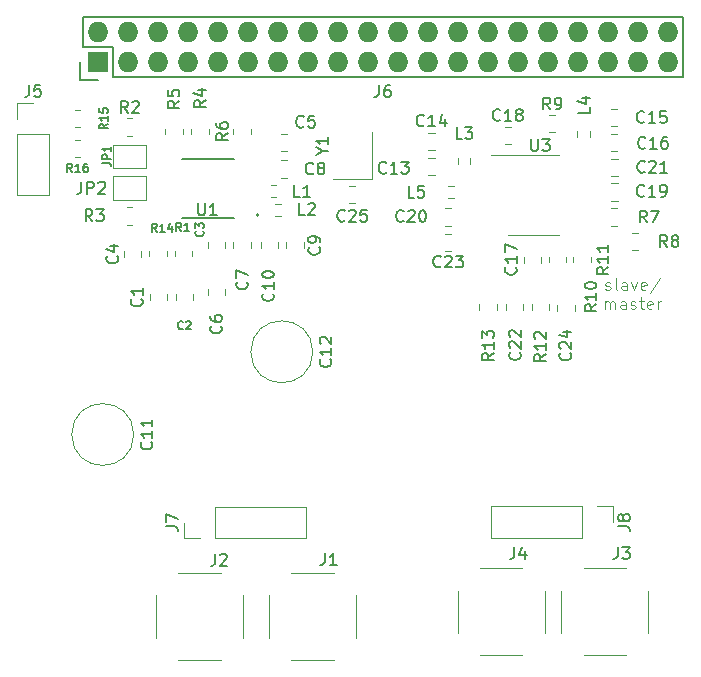
<source format=gbr>
%TF.GenerationSoftware,KiCad,Pcbnew,(6.0.7)*%
%TF.CreationDate,2022-08-28T16:53:58+02:00*%
%TF.ProjectId,RPi_Hat,5250695f-4861-4742-9e6b-696361645f70,rev?*%
%TF.SameCoordinates,Original*%
%TF.FileFunction,Legend,Top*%
%TF.FilePolarity,Positive*%
%FSLAX46Y46*%
G04 Gerber Fmt 4.6, Leading zero omitted, Abs format (unit mm)*
G04 Created by KiCad (PCBNEW (6.0.7)) date 2022-08-28 16:53:58*
%MOMM*%
%LPD*%
G01*
G04 APERTURE LIST*
%ADD10C,0.100000*%
%ADD11C,0.150000*%
%ADD12C,0.120000*%
%ADD13C,0.127000*%
%ADD14C,0.200000*%
%ADD15R,1.727200X1.727200*%
%ADD16O,1.727200X1.727200*%
G04 APERTURE END LIST*
D10*
X164489095Y-82784761D02*
X164584333Y-82832380D01*
X164774809Y-82832380D01*
X164870047Y-82784761D01*
X164917666Y-82689523D01*
X164917666Y-82641904D01*
X164870047Y-82546666D01*
X164774809Y-82499047D01*
X164631952Y-82499047D01*
X164536714Y-82451428D01*
X164489095Y-82356190D01*
X164489095Y-82308571D01*
X164536714Y-82213333D01*
X164631952Y-82165714D01*
X164774809Y-82165714D01*
X164870047Y-82213333D01*
X165489095Y-82832380D02*
X165393857Y-82784761D01*
X165346238Y-82689523D01*
X165346238Y-81832380D01*
X166298619Y-82832380D02*
X166298619Y-82308571D01*
X166251000Y-82213333D01*
X166155761Y-82165714D01*
X165965285Y-82165714D01*
X165870047Y-82213333D01*
X166298619Y-82784761D02*
X166203380Y-82832380D01*
X165965285Y-82832380D01*
X165870047Y-82784761D01*
X165822428Y-82689523D01*
X165822428Y-82594285D01*
X165870047Y-82499047D01*
X165965285Y-82451428D01*
X166203380Y-82451428D01*
X166298619Y-82403809D01*
X166679571Y-82165714D02*
X166917666Y-82832380D01*
X167155761Y-82165714D01*
X167917666Y-82784761D02*
X167822428Y-82832380D01*
X167631952Y-82832380D01*
X167536714Y-82784761D01*
X167489095Y-82689523D01*
X167489095Y-82308571D01*
X167536714Y-82213333D01*
X167631952Y-82165714D01*
X167822428Y-82165714D01*
X167917666Y-82213333D01*
X167965285Y-82308571D01*
X167965285Y-82403809D01*
X167489095Y-82499047D01*
X169108142Y-81784761D02*
X168251000Y-83070476D01*
X164441476Y-84442380D02*
X164441476Y-83775714D01*
X164441476Y-83870952D02*
X164489095Y-83823333D01*
X164584333Y-83775714D01*
X164727190Y-83775714D01*
X164822428Y-83823333D01*
X164870047Y-83918571D01*
X164870047Y-84442380D01*
X164870047Y-83918571D02*
X164917666Y-83823333D01*
X165012904Y-83775714D01*
X165155761Y-83775714D01*
X165251000Y-83823333D01*
X165298619Y-83918571D01*
X165298619Y-84442380D01*
X166203380Y-84442380D02*
X166203380Y-83918571D01*
X166155761Y-83823333D01*
X166060523Y-83775714D01*
X165870047Y-83775714D01*
X165774809Y-83823333D01*
X166203380Y-84394761D02*
X166108142Y-84442380D01*
X165870047Y-84442380D01*
X165774809Y-84394761D01*
X165727190Y-84299523D01*
X165727190Y-84204285D01*
X165774809Y-84109047D01*
X165870047Y-84061428D01*
X166108142Y-84061428D01*
X166203380Y-84013809D01*
X166631952Y-84394761D02*
X166727190Y-84442380D01*
X166917666Y-84442380D01*
X167012904Y-84394761D01*
X167060523Y-84299523D01*
X167060523Y-84251904D01*
X167012904Y-84156666D01*
X166917666Y-84109047D01*
X166774809Y-84109047D01*
X166679571Y-84061428D01*
X166631952Y-83966190D01*
X166631952Y-83918571D01*
X166679571Y-83823333D01*
X166774809Y-83775714D01*
X166917666Y-83775714D01*
X167012904Y-83823333D01*
X167346238Y-83775714D02*
X167727190Y-83775714D01*
X167489095Y-83442380D02*
X167489095Y-84299523D01*
X167536714Y-84394761D01*
X167631952Y-84442380D01*
X167727190Y-84442380D01*
X168441476Y-84394761D02*
X168346238Y-84442380D01*
X168155761Y-84442380D01*
X168060523Y-84394761D01*
X168012904Y-84299523D01*
X168012904Y-83918571D01*
X168060523Y-83823333D01*
X168155761Y-83775714D01*
X168346238Y-83775714D01*
X168441476Y-83823333D01*
X168489095Y-83918571D01*
X168489095Y-84013809D01*
X168012904Y-84109047D01*
X168917666Y-84442380D02*
X168917666Y-83775714D01*
X168917666Y-83966190D02*
X168965285Y-83870952D01*
X169012904Y-83823333D01*
X169108142Y-83775714D01*
X169203380Y-83775714D01*
D11*
%TO.C,J6*%
X145310266Y-65492380D02*
X145310266Y-66206666D01*
X145262647Y-66349523D01*
X145167409Y-66444761D01*
X145024552Y-66492380D01*
X144929314Y-66492380D01*
X146215028Y-65492380D02*
X146024552Y-65492380D01*
X145929314Y-65540000D01*
X145881695Y-65587619D01*
X145786457Y-65730476D01*
X145738838Y-65920952D01*
X145738838Y-66301904D01*
X145786457Y-66397142D01*
X145834076Y-66444761D01*
X145929314Y-66492380D01*
X146119790Y-66492380D01*
X146215028Y-66444761D01*
X146262647Y-66397142D01*
X146310266Y-66301904D01*
X146310266Y-66063809D01*
X146262647Y-65968571D01*
X146215028Y-65920952D01*
X146119790Y-65873333D01*
X145929314Y-65873333D01*
X145834076Y-65920952D01*
X145786457Y-65968571D01*
X145738838Y-66063809D01*
%TO.C,C3*%
X130399600Y-77840666D02*
X130432933Y-77874000D01*
X130466266Y-77974000D01*
X130466266Y-78040666D01*
X130432933Y-78140666D01*
X130366266Y-78207333D01*
X130299600Y-78240666D01*
X130166266Y-78274000D01*
X130066266Y-78274000D01*
X129932933Y-78240666D01*
X129866266Y-78207333D01*
X129799600Y-78140666D01*
X129766266Y-78040666D01*
X129766266Y-77974000D01*
X129799600Y-77874000D01*
X129832933Y-77840666D01*
X129766266Y-77607333D02*
X129766266Y-77174000D01*
X130032933Y-77407333D01*
X130032933Y-77307333D01*
X130066266Y-77240666D01*
X130099600Y-77207333D01*
X130166266Y-77174000D01*
X130332933Y-77174000D01*
X130399600Y-77207333D01*
X130432933Y-77240666D01*
X130466266Y-77307333D01*
X130466266Y-77507333D01*
X130432933Y-77574000D01*
X130399600Y-77607333D01*
%TO.C,R1*%
X128559733Y-77862866D02*
X128326400Y-77529533D01*
X128159733Y-77862866D02*
X128159733Y-77162866D01*
X128426400Y-77162866D01*
X128493066Y-77196200D01*
X128526400Y-77229533D01*
X128559733Y-77296200D01*
X128559733Y-77396200D01*
X128526400Y-77462866D01*
X128493066Y-77496200D01*
X128426400Y-77529533D01*
X128159733Y-77529533D01*
X129226400Y-77862866D02*
X128826400Y-77862866D01*
X129026400Y-77862866D02*
X129026400Y-77162866D01*
X128959733Y-77262866D01*
X128893066Y-77329533D01*
X128826400Y-77362866D01*
%TO.C,R10*%
X163723580Y-84056457D02*
X163247390Y-84389790D01*
X163723580Y-84627885D02*
X162723580Y-84627885D01*
X162723580Y-84246933D01*
X162771200Y-84151695D01*
X162818819Y-84104076D01*
X162914057Y-84056457D01*
X163056914Y-84056457D01*
X163152152Y-84104076D01*
X163199771Y-84151695D01*
X163247390Y-84246933D01*
X163247390Y-84627885D01*
X163723580Y-83104076D02*
X163723580Y-83675504D01*
X163723580Y-83389790D02*
X162723580Y-83389790D01*
X162866438Y-83485028D01*
X162961676Y-83580266D01*
X163009295Y-83675504D01*
X162723580Y-82485028D02*
X162723580Y-82389790D01*
X162771200Y-82294552D01*
X162818819Y-82246933D01*
X162914057Y-82199314D01*
X163104533Y-82151695D01*
X163342628Y-82151695D01*
X163533104Y-82199314D01*
X163628342Y-82246933D01*
X163675961Y-82294552D01*
X163723580Y-82389790D01*
X163723580Y-82485028D01*
X163675961Y-82580266D01*
X163628342Y-82627885D01*
X163533104Y-82675504D01*
X163342628Y-82723123D01*
X163104533Y-82723123D01*
X162914057Y-82675504D01*
X162818819Y-82627885D01*
X162771200Y-82580266D01*
X162723580Y-82485028D01*
%TO.C,C18*%
X155567142Y-68425542D02*
X155519523Y-68473161D01*
X155376666Y-68520780D01*
X155281428Y-68520780D01*
X155138571Y-68473161D01*
X155043333Y-68377923D01*
X154995714Y-68282685D01*
X154948095Y-68092209D01*
X154948095Y-67949352D01*
X154995714Y-67758876D01*
X155043333Y-67663638D01*
X155138571Y-67568400D01*
X155281428Y-67520780D01*
X155376666Y-67520780D01*
X155519523Y-67568400D01*
X155567142Y-67616019D01*
X156519523Y-68520780D02*
X155948095Y-68520780D01*
X156233809Y-68520780D02*
X156233809Y-67520780D01*
X156138571Y-67663638D01*
X156043333Y-67758876D01*
X155948095Y-67806495D01*
X157090952Y-67949352D02*
X156995714Y-67901733D01*
X156948095Y-67854114D01*
X156900476Y-67758876D01*
X156900476Y-67711257D01*
X156948095Y-67616019D01*
X156995714Y-67568400D01*
X157090952Y-67520780D01*
X157281428Y-67520780D01*
X157376666Y-67568400D01*
X157424285Y-67616019D01*
X157471904Y-67711257D01*
X157471904Y-67758876D01*
X157424285Y-67854114D01*
X157376666Y-67901733D01*
X157281428Y-67949352D01*
X157090952Y-67949352D01*
X156995714Y-67996971D01*
X156948095Y-68044590D01*
X156900476Y-68139828D01*
X156900476Y-68330304D01*
X156948095Y-68425542D01*
X156995714Y-68473161D01*
X157090952Y-68520780D01*
X157281428Y-68520780D01*
X157376666Y-68473161D01*
X157424285Y-68425542D01*
X157471904Y-68330304D01*
X157471904Y-68139828D01*
X157424285Y-68044590D01*
X157376666Y-67996971D01*
X157281428Y-67949352D01*
%TO.C,C10*%
X136323343Y-83142057D02*
X136370962Y-83189676D01*
X136418581Y-83332533D01*
X136418581Y-83427771D01*
X136370962Y-83570628D01*
X136275724Y-83665866D01*
X136180486Y-83713485D01*
X135990010Y-83761104D01*
X135847153Y-83761104D01*
X135656677Y-83713485D01*
X135561439Y-83665866D01*
X135466201Y-83570628D01*
X135418581Y-83427771D01*
X135418581Y-83332533D01*
X135466201Y-83189676D01*
X135513820Y-83142057D01*
X136418581Y-82189676D02*
X136418581Y-82761104D01*
X136418581Y-82475390D02*
X135418581Y-82475390D01*
X135561439Y-82570628D01*
X135656677Y-82665866D01*
X135704296Y-82761104D01*
X135418581Y-81570628D02*
X135418581Y-81475390D01*
X135466201Y-81380152D01*
X135513820Y-81332533D01*
X135609058Y-81284914D01*
X135799534Y-81237295D01*
X136037629Y-81237295D01*
X136228105Y-81284914D01*
X136323343Y-81332533D01*
X136370962Y-81380152D01*
X136418581Y-81475390D01*
X136418581Y-81570628D01*
X136370962Y-81665866D01*
X136323343Y-81713485D01*
X136228105Y-81761104D01*
X136037629Y-81808723D01*
X135799534Y-81808723D01*
X135609058Y-81761104D01*
X135513820Y-81713485D01*
X135466201Y-81665866D01*
X135418581Y-81570628D01*
%TO.C,R2*%
X124039333Y-67839580D02*
X123706000Y-67363390D01*
X123467904Y-67839580D02*
X123467904Y-66839580D01*
X123848857Y-66839580D01*
X123944095Y-66887200D01*
X123991714Y-66934819D01*
X124039333Y-67030057D01*
X124039333Y-67172914D01*
X123991714Y-67268152D01*
X123944095Y-67315771D01*
X123848857Y-67363390D01*
X123467904Y-67363390D01*
X124420285Y-66934819D02*
X124467904Y-66887200D01*
X124563142Y-66839580D01*
X124801238Y-66839580D01*
X124896476Y-66887200D01*
X124944095Y-66934819D01*
X124991714Y-67030057D01*
X124991714Y-67125295D01*
X124944095Y-67268152D01*
X124372666Y-67839580D01*
X124991714Y-67839580D01*
%TO.C,R15*%
X122338266Y-68750600D02*
X122004933Y-68983933D01*
X122338266Y-69150600D02*
X121638266Y-69150600D01*
X121638266Y-68883933D01*
X121671600Y-68817266D01*
X121704933Y-68783933D01*
X121771600Y-68750600D01*
X121871600Y-68750600D01*
X121938266Y-68783933D01*
X121971600Y-68817266D01*
X122004933Y-68883933D01*
X122004933Y-69150600D01*
X122338266Y-68083933D02*
X122338266Y-68483933D01*
X122338266Y-68283933D02*
X121638266Y-68283933D01*
X121738266Y-68350600D01*
X121804933Y-68417266D01*
X121838266Y-68483933D01*
X121638266Y-67450600D02*
X121638266Y-67783933D01*
X121971600Y-67817266D01*
X121938266Y-67783933D01*
X121904933Y-67717266D01*
X121904933Y-67550600D01*
X121938266Y-67483933D01*
X121971600Y-67450600D01*
X122038266Y-67417266D01*
X122204933Y-67417266D01*
X122271600Y-67450600D01*
X122304933Y-67483933D01*
X122338266Y-67550600D01*
X122338266Y-67717266D01*
X122304933Y-67783933D01*
X122271600Y-67817266D01*
%TO.C,C4*%
X123137142Y-79958266D02*
X123184761Y-80005885D01*
X123232380Y-80148742D01*
X123232380Y-80243980D01*
X123184761Y-80386838D01*
X123089523Y-80482076D01*
X122994285Y-80529695D01*
X122803809Y-80577314D01*
X122660952Y-80577314D01*
X122470476Y-80529695D01*
X122375238Y-80482076D01*
X122280000Y-80386838D01*
X122232380Y-80243980D01*
X122232380Y-80148742D01*
X122280000Y-80005885D01*
X122327619Y-79958266D01*
X122565714Y-79101123D02*
X123232380Y-79101123D01*
X122184761Y-79339219D02*
X122899047Y-79577314D01*
X122899047Y-78958266D01*
%TO.C,J7*%
X127281980Y-102847733D02*
X127996266Y-102847733D01*
X128139123Y-102895352D01*
X128234361Y-102990590D01*
X128281980Y-103133447D01*
X128281980Y-103228685D01*
X127281980Y-102466780D02*
X127281980Y-101800114D01*
X128281980Y-102228685D01*
%TO.C,J5*%
X115693866Y-65463380D02*
X115693866Y-66177666D01*
X115646247Y-66320523D01*
X115551009Y-66415761D01*
X115408152Y-66463380D01*
X115312914Y-66463380D01*
X116646247Y-65463380D02*
X116170057Y-65463380D01*
X116122438Y-65939571D01*
X116170057Y-65891952D01*
X116265295Y-65844333D01*
X116503390Y-65844333D01*
X116598628Y-65891952D01*
X116646247Y-65939571D01*
X116693866Y-66034809D01*
X116693866Y-66272904D01*
X116646247Y-66368142D01*
X116598628Y-66415761D01*
X116503390Y-66463380D01*
X116265295Y-66463380D01*
X116170057Y-66415761D01*
X116122438Y-66368142D01*
%TO.C,JP1*%
X121892266Y-72084333D02*
X122392266Y-72084333D01*
X122492266Y-72117666D01*
X122558933Y-72184333D01*
X122592266Y-72284333D01*
X122592266Y-72351000D01*
X122592266Y-71751000D02*
X121892266Y-71751000D01*
X121892266Y-71484333D01*
X121925600Y-71417666D01*
X121958933Y-71384333D01*
X122025600Y-71351000D01*
X122125600Y-71351000D01*
X122192266Y-71384333D01*
X122225600Y-71417666D01*
X122258933Y-71484333D01*
X122258933Y-71751000D01*
X122592266Y-70684333D02*
X122592266Y-71084333D01*
X122592266Y-70884333D02*
X121892266Y-70884333D01*
X121992266Y-70951000D01*
X122058933Y-71017666D01*
X122092266Y-71084333D01*
%TO.C,R12*%
X159456380Y-88272857D02*
X158980190Y-88606190D01*
X159456380Y-88844285D02*
X158456380Y-88844285D01*
X158456380Y-88463333D01*
X158504000Y-88368095D01*
X158551619Y-88320476D01*
X158646857Y-88272857D01*
X158789714Y-88272857D01*
X158884952Y-88320476D01*
X158932571Y-88368095D01*
X158980190Y-88463333D01*
X158980190Y-88844285D01*
X159456380Y-87320476D02*
X159456380Y-87891904D01*
X159456380Y-87606190D02*
X158456380Y-87606190D01*
X158599238Y-87701428D01*
X158694476Y-87796666D01*
X158742095Y-87891904D01*
X158551619Y-86939523D02*
X158504000Y-86891904D01*
X158456380Y-86796666D01*
X158456380Y-86558571D01*
X158504000Y-86463333D01*
X158551619Y-86415714D01*
X158646857Y-86368095D01*
X158742095Y-86368095D01*
X158884952Y-86415714D01*
X159456380Y-86987142D01*
X159456380Y-86368095D01*
%TO.C,R9*%
X159802533Y-67546780D02*
X159469200Y-67070590D01*
X159231104Y-67546780D02*
X159231104Y-66546780D01*
X159612057Y-66546780D01*
X159707295Y-66594400D01*
X159754914Y-66642019D01*
X159802533Y-66737257D01*
X159802533Y-66880114D01*
X159754914Y-66975352D01*
X159707295Y-67022971D01*
X159612057Y-67070590D01*
X159231104Y-67070590D01*
X160278723Y-67546780D02*
X160469200Y-67546780D01*
X160564438Y-67499161D01*
X160612057Y-67451542D01*
X160707295Y-67308685D01*
X160754914Y-67118209D01*
X160754914Y-66737257D01*
X160707295Y-66642019D01*
X160659676Y-66594400D01*
X160564438Y-66546780D01*
X160373961Y-66546780D01*
X160278723Y-66594400D01*
X160231104Y-66642019D01*
X160183485Y-66737257D01*
X160183485Y-66975352D01*
X160231104Y-67070590D01*
X160278723Y-67118209D01*
X160373961Y-67165828D01*
X160564438Y-67165828D01*
X160659676Y-67118209D01*
X160707295Y-67070590D01*
X160754914Y-66975352D01*
%TO.C,R14*%
X126499200Y-77913666D02*
X126265866Y-77580333D01*
X126099200Y-77913666D02*
X126099200Y-77213666D01*
X126365866Y-77213666D01*
X126432533Y-77247000D01*
X126465866Y-77280333D01*
X126499200Y-77347000D01*
X126499200Y-77447000D01*
X126465866Y-77513666D01*
X126432533Y-77547000D01*
X126365866Y-77580333D01*
X126099200Y-77580333D01*
X127165866Y-77913666D02*
X126765866Y-77913666D01*
X126965866Y-77913666D02*
X126965866Y-77213666D01*
X126899200Y-77313666D01*
X126832533Y-77380333D01*
X126765866Y-77413666D01*
X127765866Y-77447000D02*
X127765866Y-77913666D01*
X127599200Y-77180333D02*
X127432533Y-77680333D01*
X127865866Y-77680333D01*
%TO.C,C12*%
X141190942Y-88704657D02*
X141238561Y-88752276D01*
X141286180Y-88895133D01*
X141286180Y-88990371D01*
X141238561Y-89133228D01*
X141143323Y-89228466D01*
X141048085Y-89276085D01*
X140857609Y-89323704D01*
X140714752Y-89323704D01*
X140524276Y-89276085D01*
X140429038Y-89228466D01*
X140333800Y-89133228D01*
X140286180Y-88990371D01*
X140286180Y-88895133D01*
X140333800Y-88752276D01*
X140381419Y-88704657D01*
X141286180Y-87752276D02*
X141286180Y-88323704D01*
X141286180Y-88037990D02*
X140286180Y-88037990D01*
X140429038Y-88133228D01*
X140524276Y-88228466D01*
X140571895Y-88323704D01*
X140381419Y-87371323D02*
X140333800Y-87323704D01*
X140286180Y-87228466D01*
X140286180Y-86990371D01*
X140333800Y-86895133D01*
X140381419Y-86847514D01*
X140476657Y-86799895D01*
X140571895Y-86799895D01*
X140714752Y-86847514D01*
X141286180Y-87418942D01*
X141286180Y-86799895D01*
%TO.C,C21*%
X167809942Y-72797942D02*
X167762323Y-72845561D01*
X167619466Y-72893180D01*
X167524228Y-72893180D01*
X167381371Y-72845561D01*
X167286133Y-72750323D01*
X167238514Y-72655085D01*
X167190895Y-72464609D01*
X167190895Y-72321752D01*
X167238514Y-72131276D01*
X167286133Y-72036038D01*
X167381371Y-71940800D01*
X167524228Y-71893180D01*
X167619466Y-71893180D01*
X167762323Y-71940800D01*
X167809942Y-71988419D01*
X168190895Y-71988419D02*
X168238514Y-71940800D01*
X168333752Y-71893180D01*
X168571847Y-71893180D01*
X168667085Y-71940800D01*
X168714704Y-71988419D01*
X168762323Y-72083657D01*
X168762323Y-72178895D01*
X168714704Y-72321752D01*
X168143276Y-72893180D01*
X168762323Y-72893180D01*
X169714704Y-72893180D02*
X169143276Y-72893180D01*
X169428990Y-72893180D02*
X169428990Y-71893180D01*
X169333752Y-72036038D01*
X169238514Y-72131276D01*
X169143276Y-72178895D01*
%TO.C,C25*%
X142409942Y-76938142D02*
X142362323Y-76985761D01*
X142219466Y-77033380D01*
X142124228Y-77033380D01*
X141981371Y-76985761D01*
X141886133Y-76890523D01*
X141838514Y-76795285D01*
X141790895Y-76604809D01*
X141790895Y-76461952D01*
X141838514Y-76271476D01*
X141886133Y-76176238D01*
X141981371Y-76081000D01*
X142124228Y-76033380D01*
X142219466Y-76033380D01*
X142362323Y-76081000D01*
X142409942Y-76128619D01*
X142790895Y-76128619D02*
X142838514Y-76081000D01*
X142933752Y-76033380D01*
X143171847Y-76033380D01*
X143267085Y-76081000D01*
X143314704Y-76128619D01*
X143362323Y-76223857D01*
X143362323Y-76319095D01*
X143314704Y-76461952D01*
X142743276Y-77033380D01*
X143362323Y-77033380D01*
X144267085Y-76033380D02*
X143790895Y-76033380D01*
X143743276Y-76509571D01*
X143790895Y-76461952D01*
X143886133Y-76414333D01*
X144124228Y-76414333D01*
X144219466Y-76461952D01*
X144267085Y-76509571D01*
X144314704Y-76604809D01*
X144314704Y-76842904D01*
X144267085Y-76938142D01*
X144219466Y-76985761D01*
X144124228Y-77033380D01*
X143886133Y-77033380D01*
X143790895Y-76985761D01*
X143743276Y-76938142D01*
%TO.C,C17*%
X156871942Y-80906857D02*
X156919561Y-80954476D01*
X156967180Y-81097333D01*
X156967180Y-81192571D01*
X156919561Y-81335428D01*
X156824323Y-81430666D01*
X156729085Y-81478285D01*
X156538609Y-81525904D01*
X156395752Y-81525904D01*
X156205276Y-81478285D01*
X156110038Y-81430666D01*
X156014800Y-81335428D01*
X155967180Y-81192571D01*
X155967180Y-81097333D01*
X156014800Y-80954476D01*
X156062419Y-80906857D01*
X156967180Y-79954476D02*
X156967180Y-80525904D01*
X156967180Y-80240190D02*
X155967180Y-80240190D01*
X156110038Y-80335428D01*
X156205276Y-80430666D01*
X156252895Y-80525904D01*
X155967180Y-79621142D02*
X155967180Y-78954476D01*
X156967180Y-79383047D01*
%TO.C,C9*%
X140238542Y-79211466D02*
X140286161Y-79259085D01*
X140333780Y-79401942D01*
X140333780Y-79497180D01*
X140286161Y-79640038D01*
X140190923Y-79735276D01*
X140095685Y-79782895D01*
X139905209Y-79830514D01*
X139762352Y-79830514D01*
X139571876Y-79782895D01*
X139476638Y-79735276D01*
X139381400Y-79640038D01*
X139333780Y-79497180D01*
X139333780Y-79401942D01*
X139381400Y-79259085D01*
X139429019Y-79211466D01*
X140333780Y-78735276D02*
X140333780Y-78544800D01*
X140286161Y-78449561D01*
X140238542Y-78401942D01*
X140095685Y-78306704D01*
X139905209Y-78259085D01*
X139524257Y-78259085D01*
X139429019Y-78306704D01*
X139381400Y-78354323D01*
X139333780Y-78449561D01*
X139333780Y-78640038D01*
X139381400Y-78735276D01*
X139429019Y-78782895D01*
X139524257Y-78830514D01*
X139762352Y-78830514D01*
X139857590Y-78782895D01*
X139905209Y-78735276D01*
X139952828Y-78640038D01*
X139952828Y-78449561D01*
X139905209Y-78354323D01*
X139857590Y-78306704D01*
X139762352Y-78259085D01*
%TO.C,L1*%
X138618933Y-74925180D02*
X138142742Y-74925180D01*
X138142742Y-73925180D01*
X139476076Y-74925180D02*
X138904647Y-74925180D01*
X139190361Y-74925180D02*
X139190361Y-73925180D01*
X139095123Y-74068038D01*
X138999885Y-74163276D01*
X138904647Y-74210895D01*
%TO.C,C22*%
X157227542Y-88120457D02*
X157275161Y-88168076D01*
X157322780Y-88310933D01*
X157322780Y-88406171D01*
X157275161Y-88549028D01*
X157179923Y-88644266D01*
X157084685Y-88691885D01*
X156894209Y-88739504D01*
X156751352Y-88739504D01*
X156560876Y-88691885D01*
X156465638Y-88644266D01*
X156370400Y-88549028D01*
X156322780Y-88406171D01*
X156322780Y-88310933D01*
X156370400Y-88168076D01*
X156418019Y-88120457D01*
X156418019Y-87739504D02*
X156370400Y-87691885D01*
X156322780Y-87596647D01*
X156322780Y-87358552D01*
X156370400Y-87263314D01*
X156418019Y-87215695D01*
X156513257Y-87168076D01*
X156608495Y-87168076D01*
X156751352Y-87215695D01*
X157322780Y-87787123D01*
X157322780Y-87168076D01*
X156418019Y-86787123D02*
X156370400Y-86739504D01*
X156322780Y-86644266D01*
X156322780Y-86406171D01*
X156370400Y-86310933D01*
X156418019Y-86263314D01*
X156513257Y-86215695D01*
X156608495Y-86215695D01*
X156751352Y-86263314D01*
X157322780Y-86834742D01*
X157322780Y-86215695D01*
%TO.C,C2*%
X128712133Y-86102000D02*
X128678800Y-86135333D01*
X128578800Y-86168666D01*
X128512133Y-86168666D01*
X128412133Y-86135333D01*
X128345466Y-86068666D01*
X128312133Y-86002000D01*
X128278800Y-85868666D01*
X128278800Y-85768666D01*
X128312133Y-85635333D01*
X128345466Y-85568666D01*
X128412133Y-85502000D01*
X128512133Y-85468666D01*
X128578800Y-85468666D01*
X128678800Y-85502000D01*
X128712133Y-85535333D01*
X128978800Y-85535333D02*
X129012133Y-85502000D01*
X129078800Y-85468666D01*
X129245466Y-85468666D01*
X129312133Y-85502000D01*
X129345466Y-85535333D01*
X129378800Y-85602000D01*
X129378800Y-85668666D01*
X129345466Y-85768666D01*
X128945466Y-86168666D01*
X129378800Y-86168666D01*
%TO.C,R13*%
X155036780Y-88171257D02*
X154560590Y-88504590D01*
X155036780Y-88742685D02*
X154036780Y-88742685D01*
X154036780Y-88361733D01*
X154084400Y-88266495D01*
X154132019Y-88218876D01*
X154227257Y-88171257D01*
X154370114Y-88171257D01*
X154465352Y-88218876D01*
X154512971Y-88266495D01*
X154560590Y-88361733D01*
X154560590Y-88742685D01*
X155036780Y-87218876D02*
X155036780Y-87790304D01*
X155036780Y-87504590D02*
X154036780Y-87504590D01*
X154179638Y-87599828D01*
X154274876Y-87695066D01*
X154322495Y-87790304D01*
X154036780Y-86885542D02*
X154036780Y-86266495D01*
X154417733Y-86599828D01*
X154417733Y-86456971D01*
X154465352Y-86361733D01*
X154512971Y-86314114D01*
X154608209Y-86266495D01*
X154846304Y-86266495D01*
X154941542Y-86314114D01*
X154989161Y-86361733D01*
X155036780Y-86456971D01*
X155036780Y-86742685D01*
X154989161Y-86837923D01*
X154941542Y-86885542D01*
%TO.C,C15*%
X167759142Y-68581542D02*
X167711523Y-68629161D01*
X167568666Y-68676780D01*
X167473428Y-68676780D01*
X167330571Y-68629161D01*
X167235333Y-68533923D01*
X167187714Y-68438685D01*
X167140095Y-68248209D01*
X167140095Y-68105352D01*
X167187714Y-67914876D01*
X167235333Y-67819638D01*
X167330571Y-67724400D01*
X167473428Y-67676780D01*
X167568666Y-67676780D01*
X167711523Y-67724400D01*
X167759142Y-67772019D01*
X168711523Y-68676780D02*
X168140095Y-68676780D01*
X168425809Y-68676780D02*
X168425809Y-67676780D01*
X168330571Y-67819638D01*
X168235333Y-67914876D01*
X168140095Y-67962495D01*
X169616285Y-67676780D02*
X169140095Y-67676780D01*
X169092476Y-68152971D01*
X169140095Y-68105352D01*
X169235333Y-68057733D01*
X169473428Y-68057733D01*
X169568666Y-68105352D01*
X169616285Y-68152971D01*
X169663904Y-68248209D01*
X169663904Y-68486304D01*
X169616285Y-68581542D01*
X169568666Y-68629161D01*
X169473428Y-68676780D01*
X169235333Y-68676780D01*
X169140095Y-68629161D01*
X169092476Y-68581542D01*
%TO.C,R3*%
X121042133Y-77007980D02*
X120708800Y-76531790D01*
X120470704Y-77007980D02*
X120470704Y-76007980D01*
X120851657Y-76007980D01*
X120946895Y-76055600D01*
X120994514Y-76103219D01*
X121042133Y-76198457D01*
X121042133Y-76341314D01*
X120994514Y-76436552D01*
X120946895Y-76484171D01*
X120851657Y-76531790D01*
X120470704Y-76531790D01*
X121375466Y-76007980D02*
X121994514Y-76007980D01*
X121661180Y-76388933D01*
X121804038Y-76388933D01*
X121899276Y-76436552D01*
X121946895Y-76484171D01*
X121994514Y-76579409D01*
X121994514Y-76817504D01*
X121946895Y-76912742D01*
X121899276Y-76960361D01*
X121804038Y-77007980D01*
X121518323Y-77007980D01*
X121423085Y-76960361D01*
X121375466Y-76912742D01*
%TO.C,C24*%
X161494742Y-88171257D02*
X161542361Y-88218876D01*
X161589980Y-88361733D01*
X161589980Y-88456971D01*
X161542361Y-88599828D01*
X161447123Y-88695066D01*
X161351885Y-88742685D01*
X161161409Y-88790304D01*
X161018552Y-88790304D01*
X160828076Y-88742685D01*
X160732838Y-88695066D01*
X160637600Y-88599828D01*
X160589980Y-88456971D01*
X160589980Y-88361733D01*
X160637600Y-88218876D01*
X160685219Y-88171257D01*
X160685219Y-87790304D02*
X160637600Y-87742685D01*
X160589980Y-87647447D01*
X160589980Y-87409352D01*
X160637600Y-87314114D01*
X160685219Y-87266495D01*
X160780457Y-87218876D01*
X160875695Y-87218876D01*
X161018552Y-87266495D01*
X161589980Y-87837923D01*
X161589980Y-87218876D01*
X160923314Y-86361733D02*
X161589980Y-86361733D01*
X160542361Y-86599828D02*
X161256647Y-86837923D01*
X161256647Y-86218876D01*
%TO.C,R7*%
X167981333Y-77109580D02*
X167648000Y-76633390D01*
X167409904Y-77109580D02*
X167409904Y-76109580D01*
X167790857Y-76109580D01*
X167886095Y-76157200D01*
X167933714Y-76204819D01*
X167981333Y-76300057D01*
X167981333Y-76442914D01*
X167933714Y-76538152D01*
X167886095Y-76585771D01*
X167790857Y-76633390D01*
X167409904Y-76633390D01*
X168314666Y-76109580D02*
X168981333Y-76109580D01*
X168552761Y-77109580D01*
%TO.C,L5*%
X148296333Y-75001380D02*
X147820142Y-75001380D01*
X147820142Y-74001380D01*
X149105857Y-74001380D02*
X148629666Y-74001380D01*
X148582047Y-74477571D01*
X148629666Y-74429952D01*
X148724904Y-74382333D01*
X148963000Y-74382333D01*
X149058238Y-74429952D01*
X149105857Y-74477571D01*
X149153476Y-74572809D01*
X149153476Y-74810904D01*
X149105857Y-74906142D01*
X149058238Y-74953761D01*
X148963000Y-75001380D01*
X148724904Y-75001380D01*
X148629666Y-74953761D01*
X148582047Y-74906142D01*
%TO.C,C1*%
X125198142Y-83605666D02*
X125245761Y-83653285D01*
X125293380Y-83796142D01*
X125293380Y-83891380D01*
X125245761Y-84034238D01*
X125150523Y-84129476D01*
X125055285Y-84177095D01*
X124864809Y-84224714D01*
X124721952Y-84224714D01*
X124531476Y-84177095D01*
X124436238Y-84129476D01*
X124341000Y-84034238D01*
X124293380Y-83891380D01*
X124293380Y-83796142D01*
X124341000Y-83653285D01*
X124388619Y-83605666D01*
X125293380Y-82653285D02*
X125293380Y-83224714D01*
X125293380Y-82939000D02*
X124293380Y-82939000D01*
X124436238Y-83034238D01*
X124531476Y-83129476D01*
X124579095Y-83224714D01*
%TO.C,C5*%
X138935733Y-68984342D02*
X138888114Y-69031961D01*
X138745257Y-69079580D01*
X138650019Y-69079580D01*
X138507161Y-69031961D01*
X138411923Y-68936723D01*
X138364304Y-68841485D01*
X138316685Y-68651009D01*
X138316685Y-68508152D01*
X138364304Y-68317676D01*
X138411923Y-68222438D01*
X138507161Y-68127200D01*
X138650019Y-68079580D01*
X138745257Y-68079580D01*
X138888114Y-68127200D01*
X138935733Y-68174819D01*
X139840495Y-68079580D02*
X139364304Y-68079580D01*
X139316685Y-68555771D01*
X139364304Y-68508152D01*
X139459542Y-68460533D01*
X139697638Y-68460533D01*
X139792876Y-68508152D01*
X139840495Y-68555771D01*
X139888114Y-68651009D01*
X139888114Y-68889104D01*
X139840495Y-68984342D01*
X139792876Y-69031961D01*
X139697638Y-69079580D01*
X139459542Y-69079580D01*
X139364304Y-69031961D01*
X139316685Y-68984342D01*
%TO.C,C7*%
X134113542Y-82157866D02*
X134161161Y-82205485D01*
X134208780Y-82348342D01*
X134208780Y-82443580D01*
X134161161Y-82586438D01*
X134065923Y-82681676D01*
X133970685Y-82729295D01*
X133780209Y-82776914D01*
X133637352Y-82776914D01*
X133446876Y-82729295D01*
X133351638Y-82681676D01*
X133256400Y-82586438D01*
X133208780Y-82443580D01*
X133208780Y-82348342D01*
X133256400Y-82205485D01*
X133304019Y-82157866D01*
X133208780Y-81824533D02*
X133208780Y-81157866D01*
X134208780Y-81586438D01*
%TO.C,C19*%
X167759142Y-74829942D02*
X167711523Y-74877561D01*
X167568666Y-74925180D01*
X167473428Y-74925180D01*
X167330571Y-74877561D01*
X167235333Y-74782323D01*
X167187714Y-74687085D01*
X167140095Y-74496609D01*
X167140095Y-74353752D01*
X167187714Y-74163276D01*
X167235333Y-74068038D01*
X167330571Y-73972800D01*
X167473428Y-73925180D01*
X167568666Y-73925180D01*
X167711523Y-73972800D01*
X167759142Y-74020419D01*
X168711523Y-74925180D02*
X168140095Y-74925180D01*
X168425809Y-74925180D02*
X168425809Y-73925180D01*
X168330571Y-74068038D01*
X168235333Y-74163276D01*
X168140095Y-74210895D01*
X169187714Y-74925180D02*
X169378190Y-74925180D01*
X169473428Y-74877561D01*
X169521047Y-74829942D01*
X169616285Y-74687085D01*
X169663904Y-74496609D01*
X169663904Y-74115657D01*
X169616285Y-74020419D01*
X169568666Y-73972800D01*
X169473428Y-73925180D01*
X169282952Y-73925180D01*
X169187714Y-73972800D01*
X169140095Y-74020419D01*
X169092476Y-74115657D01*
X169092476Y-74353752D01*
X169140095Y-74448990D01*
X169187714Y-74496609D01*
X169282952Y-74544228D01*
X169473428Y-74544228D01*
X169568666Y-74496609D01*
X169616285Y-74448990D01*
X169663904Y-74353752D01*
%TO.C,Y1*%
X140539790Y-71088190D02*
X141015980Y-71088190D01*
X140015980Y-71421523D02*
X140539790Y-71088190D01*
X140015980Y-70754857D01*
X141015980Y-69897714D02*
X141015980Y-70469142D01*
X141015980Y-70183428D02*
X140015980Y-70183428D01*
X140158838Y-70278666D01*
X140254076Y-70373904D01*
X140301695Y-70469142D01*
%TO.C,J8*%
X165551580Y-102822333D02*
X166265866Y-102822333D01*
X166408723Y-102869952D01*
X166503961Y-102965190D01*
X166551580Y-103108047D01*
X166551580Y-103203285D01*
X165980152Y-102203285D02*
X165932533Y-102298523D01*
X165884914Y-102346142D01*
X165789676Y-102393761D01*
X165742057Y-102393761D01*
X165646819Y-102346142D01*
X165599200Y-102298523D01*
X165551580Y-102203285D01*
X165551580Y-102012809D01*
X165599200Y-101917571D01*
X165646819Y-101869952D01*
X165742057Y-101822333D01*
X165789676Y-101822333D01*
X165884914Y-101869952D01*
X165932533Y-101917571D01*
X165980152Y-102012809D01*
X165980152Y-102203285D01*
X166027771Y-102298523D01*
X166075390Y-102346142D01*
X166170628Y-102393761D01*
X166361104Y-102393761D01*
X166456342Y-102346142D01*
X166503961Y-102298523D01*
X166551580Y-102203285D01*
X166551580Y-102012809D01*
X166503961Y-101917571D01*
X166456342Y-101869952D01*
X166361104Y-101822333D01*
X166170628Y-101822333D01*
X166075390Y-101869952D01*
X166027771Y-101917571D01*
X165980152Y-102012809D01*
%TO.C,R11*%
X164739580Y-80906857D02*
X164263390Y-81240190D01*
X164739580Y-81478285D02*
X163739580Y-81478285D01*
X163739580Y-81097333D01*
X163787200Y-81002095D01*
X163834819Y-80954476D01*
X163930057Y-80906857D01*
X164072914Y-80906857D01*
X164168152Y-80954476D01*
X164215771Y-81002095D01*
X164263390Y-81097333D01*
X164263390Y-81478285D01*
X164739580Y-79954476D02*
X164739580Y-80525904D01*
X164739580Y-80240190D02*
X163739580Y-80240190D01*
X163882438Y-80335428D01*
X163977676Y-80430666D01*
X164025295Y-80525904D01*
X164739580Y-79002095D02*
X164739580Y-79573523D01*
X164739580Y-79287809D02*
X163739580Y-79287809D01*
X163882438Y-79383047D01*
X163977676Y-79478285D01*
X164025295Y-79573523D01*
%TO.C,J1*%
X140738266Y-105116380D02*
X140738266Y-105830666D01*
X140690647Y-105973523D01*
X140595409Y-106068761D01*
X140452552Y-106116380D01*
X140357314Y-106116380D01*
X141738266Y-106116380D02*
X141166838Y-106116380D01*
X141452552Y-106116380D02*
X141452552Y-105116380D01*
X141357314Y-105259238D01*
X141262076Y-105354476D01*
X141166838Y-105402095D01*
%TO.C,J3*%
X165528666Y-104608380D02*
X165528666Y-105322666D01*
X165481047Y-105465523D01*
X165385809Y-105560761D01*
X165242952Y-105608380D01*
X165147714Y-105608380D01*
X165909619Y-104608380D02*
X166528666Y-104608380D01*
X166195333Y-104989333D01*
X166338190Y-104989333D01*
X166433428Y-105036952D01*
X166481047Y-105084571D01*
X166528666Y-105179809D01*
X166528666Y-105417904D01*
X166481047Y-105513142D01*
X166433428Y-105560761D01*
X166338190Y-105608380D01*
X166052476Y-105608380D01*
X165957238Y-105560761D01*
X165909619Y-105513142D01*
%TO.C,C8*%
X139736533Y-72950342D02*
X139688914Y-72997961D01*
X139546057Y-73045580D01*
X139450819Y-73045580D01*
X139307961Y-72997961D01*
X139212723Y-72902723D01*
X139165104Y-72807485D01*
X139117485Y-72617009D01*
X139117485Y-72474152D01*
X139165104Y-72283676D01*
X139212723Y-72188438D01*
X139307961Y-72093200D01*
X139450819Y-72045580D01*
X139546057Y-72045580D01*
X139688914Y-72093200D01*
X139736533Y-72140819D01*
X140307961Y-72474152D02*
X140212723Y-72426533D01*
X140165104Y-72378914D01*
X140117485Y-72283676D01*
X140117485Y-72236057D01*
X140165104Y-72140819D01*
X140212723Y-72093200D01*
X140307961Y-72045580D01*
X140498438Y-72045580D01*
X140593676Y-72093200D01*
X140641295Y-72140819D01*
X140688914Y-72236057D01*
X140688914Y-72283676D01*
X140641295Y-72378914D01*
X140593676Y-72426533D01*
X140498438Y-72474152D01*
X140307961Y-72474152D01*
X140212723Y-72521771D01*
X140165104Y-72569390D01*
X140117485Y-72664628D01*
X140117485Y-72855104D01*
X140165104Y-72950342D01*
X140212723Y-72997961D01*
X140307961Y-73045580D01*
X140498438Y-73045580D01*
X140593676Y-72997961D01*
X140641295Y-72950342D01*
X140688914Y-72855104D01*
X140688914Y-72664628D01*
X140641295Y-72569390D01*
X140593676Y-72521771D01*
X140498438Y-72474152D01*
%TO.C,R4*%
X130652780Y-66765466D02*
X130176590Y-67098800D01*
X130652780Y-67336895D02*
X129652780Y-67336895D01*
X129652780Y-66955942D01*
X129700400Y-66860704D01*
X129748019Y-66813085D01*
X129843257Y-66765466D01*
X129986114Y-66765466D01*
X130081352Y-66813085D01*
X130128971Y-66860704D01*
X130176590Y-66955942D01*
X130176590Y-67336895D01*
X129986114Y-65908323D02*
X130652780Y-65908323D01*
X129605161Y-66146419D02*
X130319447Y-66384514D01*
X130319447Y-65765466D01*
%TO.C,C16*%
X167860742Y-70765942D02*
X167813123Y-70813561D01*
X167670266Y-70861180D01*
X167575028Y-70861180D01*
X167432171Y-70813561D01*
X167336933Y-70718323D01*
X167289314Y-70623085D01*
X167241695Y-70432609D01*
X167241695Y-70289752D01*
X167289314Y-70099276D01*
X167336933Y-70004038D01*
X167432171Y-69908800D01*
X167575028Y-69861180D01*
X167670266Y-69861180D01*
X167813123Y-69908800D01*
X167860742Y-69956419D01*
X168813123Y-70861180D02*
X168241695Y-70861180D01*
X168527409Y-70861180D02*
X168527409Y-69861180D01*
X168432171Y-70004038D01*
X168336933Y-70099276D01*
X168241695Y-70146895D01*
X169670266Y-69861180D02*
X169479790Y-69861180D01*
X169384552Y-69908800D01*
X169336933Y-69956419D01*
X169241695Y-70099276D01*
X169194076Y-70289752D01*
X169194076Y-70670704D01*
X169241695Y-70765942D01*
X169289314Y-70813561D01*
X169384552Y-70861180D01*
X169575028Y-70861180D01*
X169670266Y-70813561D01*
X169717885Y-70765942D01*
X169765504Y-70670704D01*
X169765504Y-70432609D01*
X169717885Y-70337371D01*
X169670266Y-70289752D01*
X169575028Y-70242133D01*
X169384552Y-70242133D01*
X169289314Y-70289752D01*
X169241695Y-70337371D01*
X169194076Y-70432609D01*
%TO.C,R5*%
X128417580Y-66816266D02*
X127941390Y-67149600D01*
X128417580Y-67387695D02*
X127417580Y-67387695D01*
X127417580Y-67006742D01*
X127465200Y-66911504D01*
X127512819Y-66863885D01*
X127608057Y-66816266D01*
X127750914Y-66816266D01*
X127846152Y-66863885D01*
X127893771Y-66911504D01*
X127941390Y-67006742D01*
X127941390Y-67387695D01*
X127417580Y-65911504D02*
X127417580Y-66387695D01*
X127893771Y-66435314D01*
X127846152Y-66387695D01*
X127798533Y-66292457D01*
X127798533Y-66054361D01*
X127846152Y-65959123D01*
X127893771Y-65911504D01*
X127989009Y-65863885D01*
X128227104Y-65863885D01*
X128322342Y-65911504D01*
X128369961Y-65959123D01*
X128417580Y-66054361D01*
X128417580Y-66292457D01*
X128369961Y-66387695D01*
X128322342Y-66435314D01*
%TO.C,C23*%
X150537942Y-80827942D02*
X150490323Y-80875561D01*
X150347466Y-80923180D01*
X150252228Y-80923180D01*
X150109371Y-80875561D01*
X150014133Y-80780323D01*
X149966514Y-80685085D01*
X149918895Y-80494609D01*
X149918895Y-80351752D01*
X149966514Y-80161276D01*
X150014133Y-80066038D01*
X150109371Y-79970800D01*
X150252228Y-79923180D01*
X150347466Y-79923180D01*
X150490323Y-79970800D01*
X150537942Y-80018419D01*
X150918895Y-80018419D02*
X150966514Y-79970800D01*
X151061752Y-79923180D01*
X151299847Y-79923180D01*
X151395085Y-79970800D01*
X151442704Y-80018419D01*
X151490323Y-80113657D01*
X151490323Y-80208895D01*
X151442704Y-80351752D01*
X150871276Y-80923180D01*
X151490323Y-80923180D01*
X151823657Y-79923180D02*
X152442704Y-79923180D01*
X152109371Y-80304133D01*
X152252228Y-80304133D01*
X152347466Y-80351752D01*
X152395085Y-80399371D01*
X152442704Y-80494609D01*
X152442704Y-80732704D01*
X152395085Y-80827942D01*
X152347466Y-80875561D01*
X152252228Y-80923180D01*
X151966514Y-80923180D01*
X151871276Y-80875561D01*
X151823657Y-80827942D01*
%TO.C,R8*%
X169708533Y-79192380D02*
X169375200Y-78716190D01*
X169137104Y-79192380D02*
X169137104Y-78192380D01*
X169518057Y-78192380D01*
X169613295Y-78240000D01*
X169660914Y-78287619D01*
X169708533Y-78382857D01*
X169708533Y-78525714D01*
X169660914Y-78620952D01*
X169613295Y-78668571D01*
X169518057Y-78716190D01*
X169137104Y-78716190D01*
X170279961Y-78620952D02*
X170184723Y-78573333D01*
X170137104Y-78525714D01*
X170089485Y-78430476D01*
X170089485Y-78382857D01*
X170137104Y-78287619D01*
X170184723Y-78240000D01*
X170279961Y-78192380D01*
X170470438Y-78192380D01*
X170565676Y-78240000D01*
X170613295Y-78287619D01*
X170660914Y-78382857D01*
X170660914Y-78430476D01*
X170613295Y-78525714D01*
X170565676Y-78573333D01*
X170470438Y-78620952D01*
X170279961Y-78620952D01*
X170184723Y-78668571D01*
X170137104Y-78716190D01*
X170089485Y-78811428D01*
X170089485Y-79001904D01*
X170137104Y-79097142D01*
X170184723Y-79144761D01*
X170279961Y-79192380D01*
X170470438Y-79192380D01*
X170565676Y-79144761D01*
X170613295Y-79097142D01*
X170660914Y-79001904D01*
X170660914Y-78811428D01*
X170613295Y-78716190D01*
X170565676Y-78668571D01*
X170470438Y-78620952D01*
%TO.C,C11*%
X126027142Y-95705657D02*
X126074761Y-95753276D01*
X126122380Y-95896133D01*
X126122380Y-95991371D01*
X126074761Y-96134228D01*
X125979523Y-96229466D01*
X125884285Y-96277085D01*
X125693809Y-96324704D01*
X125550952Y-96324704D01*
X125360476Y-96277085D01*
X125265238Y-96229466D01*
X125170000Y-96134228D01*
X125122380Y-95991371D01*
X125122380Y-95896133D01*
X125170000Y-95753276D01*
X125217619Y-95705657D01*
X126122380Y-94753276D02*
X126122380Y-95324704D01*
X126122380Y-95038990D02*
X125122380Y-95038990D01*
X125265238Y-95134228D01*
X125360476Y-95229466D01*
X125408095Y-95324704D01*
X126122380Y-93800895D02*
X126122380Y-94372323D01*
X126122380Y-94086609D02*
X125122380Y-94086609D01*
X125265238Y-94181847D01*
X125360476Y-94277085D01*
X125408095Y-94372323D01*
%TO.C,R6*%
X132507980Y-69559466D02*
X132031790Y-69892800D01*
X132507980Y-70130895D02*
X131507980Y-70130895D01*
X131507980Y-69749942D01*
X131555600Y-69654704D01*
X131603219Y-69607085D01*
X131698457Y-69559466D01*
X131841314Y-69559466D01*
X131936552Y-69607085D01*
X131984171Y-69654704D01*
X132031790Y-69749942D01*
X132031790Y-70130895D01*
X131507980Y-68702323D02*
X131507980Y-68892800D01*
X131555600Y-68988038D01*
X131603219Y-69035657D01*
X131746076Y-69130895D01*
X131936552Y-69178514D01*
X132317504Y-69178514D01*
X132412742Y-69130895D01*
X132460361Y-69083276D01*
X132507980Y-68988038D01*
X132507980Y-68797561D01*
X132460361Y-68702323D01*
X132412742Y-68654704D01*
X132317504Y-68607085D01*
X132079409Y-68607085D01*
X131984171Y-68654704D01*
X131936552Y-68702323D01*
X131888933Y-68797561D01*
X131888933Y-68988038D01*
X131936552Y-69083276D01*
X131984171Y-69130895D01*
X132079409Y-69178514D01*
%TO.C,U1*%
X129997295Y-75499980D02*
X129997295Y-76309504D01*
X130044914Y-76404742D01*
X130092533Y-76452361D01*
X130187771Y-76499980D01*
X130378247Y-76499980D01*
X130473485Y-76452361D01*
X130521104Y-76404742D01*
X130568723Y-76309504D01*
X130568723Y-75499980D01*
X131568723Y-76499980D02*
X130997295Y-76499980D01*
X131283009Y-76499980D02*
X131283009Y-75499980D01*
X131187771Y-75642838D01*
X131092533Y-75738076D01*
X130997295Y-75785695D01*
%TO.C,C6*%
X131929142Y-85891666D02*
X131976761Y-85939285D01*
X132024380Y-86082142D01*
X132024380Y-86177380D01*
X131976761Y-86320238D01*
X131881523Y-86415476D01*
X131786285Y-86463095D01*
X131595809Y-86510714D01*
X131452952Y-86510714D01*
X131262476Y-86463095D01*
X131167238Y-86415476D01*
X131072000Y-86320238D01*
X131024380Y-86177380D01*
X131024380Y-86082142D01*
X131072000Y-85939285D01*
X131119619Y-85891666D01*
X131024380Y-85034523D02*
X131024380Y-85225000D01*
X131072000Y-85320238D01*
X131119619Y-85367857D01*
X131262476Y-85463095D01*
X131452952Y-85510714D01*
X131833904Y-85510714D01*
X131929142Y-85463095D01*
X131976761Y-85415476D01*
X132024380Y-85320238D01*
X132024380Y-85129761D01*
X131976761Y-85034523D01*
X131929142Y-84986904D01*
X131833904Y-84939285D01*
X131595809Y-84939285D01*
X131500571Y-84986904D01*
X131452952Y-85034523D01*
X131405333Y-85129761D01*
X131405333Y-85320238D01*
X131452952Y-85415476D01*
X131500571Y-85463095D01*
X131595809Y-85510714D01*
%TO.C,C20*%
X147388342Y-76963542D02*
X147340723Y-77011161D01*
X147197866Y-77058780D01*
X147102628Y-77058780D01*
X146959771Y-77011161D01*
X146864533Y-76915923D01*
X146816914Y-76820685D01*
X146769295Y-76630209D01*
X146769295Y-76487352D01*
X146816914Y-76296876D01*
X146864533Y-76201638D01*
X146959771Y-76106400D01*
X147102628Y-76058780D01*
X147197866Y-76058780D01*
X147340723Y-76106400D01*
X147388342Y-76154019D01*
X147769295Y-76154019D02*
X147816914Y-76106400D01*
X147912152Y-76058780D01*
X148150247Y-76058780D01*
X148245485Y-76106400D01*
X148293104Y-76154019D01*
X148340723Y-76249257D01*
X148340723Y-76344495D01*
X148293104Y-76487352D01*
X147721676Y-77058780D01*
X148340723Y-77058780D01*
X148959771Y-76058780D02*
X149055009Y-76058780D01*
X149150247Y-76106400D01*
X149197866Y-76154019D01*
X149245485Y-76249257D01*
X149293104Y-76439733D01*
X149293104Y-76677828D01*
X149245485Y-76868304D01*
X149197866Y-76963542D01*
X149150247Y-77011161D01*
X149055009Y-77058780D01*
X148959771Y-77058780D01*
X148864533Y-77011161D01*
X148816914Y-76963542D01*
X148769295Y-76868304D01*
X148721676Y-76677828D01*
X148721676Y-76439733D01*
X148769295Y-76249257D01*
X148816914Y-76154019D01*
X148864533Y-76106400D01*
X148959771Y-76058780D01*
%TO.C,U3*%
X158191295Y-70064380D02*
X158191295Y-70873904D01*
X158238914Y-70969142D01*
X158286533Y-71016761D01*
X158381771Y-71064380D01*
X158572247Y-71064380D01*
X158667485Y-71016761D01*
X158715104Y-70969142D01*
X158762723Y-70873904D01*
X158762723Y-70064380D01*
X159143676Y-70064380D02*
X159762723Y-70064380D01*
X159429390Y-70445333D01*
X159572247Y-70445333D01*
X159667485Y-70492952D01*
X159715104Y-70540571D01*
X159762723Y-70635809D01*
X159762723Y-70873904D01*
X159715104Y-70969142D01*
X159667485Y-71016761D01*
X159572247Y-71064380D01*
X159286533Y-71064380D01*
X159191295Y-71016761D01*
X159143676Y-70969142D01*
%TO.C,R16*%
X119336400Y-72832666D02*
X119103066Y-72499333D01*
X118936400Y-72832666D02*
X118936400Y-72132666D01*
X119203066Y-72132666D01*
X119269733Y-72166000D01*
X119303066Y-72199333D01*
X119336400Y-72266000D01*
X119336400Y-72366000D01*
X119303066Y-72432666D01*
X119269733Y-72466000D01*
X119203066Y-72499333D01*
X118936400Y-72499333D01*
X120003066Y-72832666D02*
X119603066Y-72832666D01*
X119803066Y-72832666D02*
X119803066Y-72132666D01*
X119736400Y-72232666D01*
X119669733Y-72299333D01*
X119603066Y-72332666D01*
X120603066Y-72132666D02*
X120469733Y-72132666D01*
X120403066Y-72166000D01*
X120369733Y-72199333D01*
X120303066Y-72299333D01*
X120269733Y-72432666D01*
X120269733Y-72699333D01*
X120303066Y-72766000D01*
X120336400Y-72799333D01*
X120403066Y-72832666D01*
X120536400Y-72832666D01*
X120603066Y-72799333D01*
X120636400Y-72766000D01*
X120669733Y-72699333D01*
X120669733Y-72532666D01*
X120636400Y-72466000D01*
X120603066Y-72432666D01*
X120536400Y-72399333D01*
X120403066Y-72399333D01*
X120336400Y-72432666D01*
X120303066Y-72466000D01*
X120269733Y-72532666D01*
%TO.C,L4*%
X163139380Y-67349666D02*
X163139380Y-67825857D01*
X162139380Y-67825857D01*
X162472714Y-66587761D02*
X163139380Y-66587761D01*
X162091761Y-66825857D02*
X162806047Y-67063952D01*
X162806047Y-66444904D01*
%TO.C,J2*%
X131441866Y-105167180D02*
X131441866Y-105881466D01*
X131394247Y-106024323D01*
X131299009Y-106119561D01*
X131156152Y-106167180D01*
X131060914Y-106167180D01*
X131870438Y-105262419D02*
X131918057Y-105214800D01*
X132013295Y-105167180D01*
X132251390Y-105167180D01*
X132346628Y-105214800D01*
X132394247Y-105262419D01*
X132441866Y-105357657D01*
X132441866Y-105452895D01*
X132394247Y-105595752D01*
X131822819Y-106167180D01*
X132441866Y-106167180D01*
%TO.C,C14*%
X149115542Y-68886342D02*
X149067923Y-68933961D01*
X148925066Y-68981580D01*
X148829828Y-68981580D01*
X148686971Y-68933961D01*
X148591733Y-68838723D01*
X148544114Y-68743485D01*
X148496495Y-68553009D01*
X148496495Y-68410152D01*
X148544114Y-68219676D01*
X148591733Y-68124438D01*
X148686971Y-68029200D01*
X148829828Y-67981580D01*
X148925066Y-67981580D01*
X149067923Y-68029200D01*
X149115542Y-68076819D01*
X150067923Y-68981580D02*
X149496495Y-68981580D01*
X149782209Y-68981580D02*
X149782209Y-67981580D01*
X149686971Y-68124438D01*
X149591733Y-68219676D01*
X149496495Y-68267295D01*
X150925066Y-68314914D02*
X150925066Y-68981580D01*
X150686971Y-67933961D02*
X150448876Y-68648247D01*
X151067923Y-68648247D01*
%TO.C,L2*%
X139025333Y-76474580D02*
X138549142Y-76474580D01*
X138549142Y-75474580D01*
X139311047Y-75569819D02*
X139358666Y-75522200D01*
X139453904Y-75474580D01*
X139692000Y-75474580D01*
X139787238Y-75522200D01*
X139834857Y-75569819D01*
X139882476Y-75665057D01*
X139882476Y-75760295D01*
X139834857Y-75903152D01*
X139263428Y-76474580D01*
X139882476Y-76474580D01*
%TO.C,C13*%
X145915142Y-72874142D02*
X145867523Y-72921761D01*
X145724666Y-72969380D01*
X145629428Y-72969380D01*
X145486571Y-72921761D01*
X145391333Y-72826523D01*
X145343714Y-72731285D01*
X145296095Y-72540809D01*
X145296095Y-72397952D01*
X145343714Y-72207476D01*
X145391333Y-72112238D01*
X145486571Y-72017000D01*
X145629428Y-71969380D01*
X145724666Y-71969380D01*
X145867523Y-72017000D01*
X145915142Y-72064619D01*
X146867523Y-72969380D02*
X146296095Y-72969380D01*
X146581809Y-72969380D02*
X146581809Y-71969380D01*
X146486571Y-72112238D01*
X146391333Y-72207476D01*
X146296095Y-72255095D01*
X147200857Y-71969380D02*
X147819904Y-71969380D01*
X147486571Y-72350333D01*
X147629428Y-72350333D01*
X147724666Y-72397952D01*
X147772285Y-72445571D01*
X147819904Y-72540809D01*
X147819904Y-72778904D01*
X147772285Y-72874142D01*
X147724666Y-72921761D01*
X147629428Y-72969380D01*
X147343714Y-72969380D01*
X147248476Y-72921761D01*
X147200857Y-72874142D01*
%TO.C,L3*%
X152360333Y-70048380D02*
X151884142Y-70048380D01*
X151884142Y-69048380D01*
X152598428Y-69048380D02*
X153217476Y-69048380D01*
X152884142Y-69429333D01*
X153027000Y-69429333D01*
X153122238Y-69476952D01*
X153169857Y-69524571D01*
X153217476Y-69619809D01*
X153217476Y-69857904D01*
X153169857Y-69953142D01*
X153122238Y-70000761D01*
X153027000Y-70048380D01*
X152741285Y-70048380D01*
X152646047Y-70000761D01*
X152598428Y-69953142D01*
%TO.C,JP2*%
X120121466Y-73671180D02*
X120121466Y-74385466D01*
X120073847Y-74528323D01*
X119978609Y-74623561D01*
X119835752Y-74671180D01*
X119740514Y-74671180D01*
X120597657Y-74671180D02*
X120597657Y-73671180D01*
X120978609Y-73671180D01*
X121073847Y-73718800D01*
X121121466Y-73766419D01*
X121169085Y-73861657D01*
X121169085Y-74004514D01*
X121121466Y-74099752D01*
X121073847Y-74147371D01*
X120978609Y-74194990D01*
X120597657Y-74194990D01*
X121550038Y-73766419D02*
X121597657Y-73718800D01*
X121692895Y-73671180D01*
X121930990Y-73671180D01*
X122026228Y-73718800D01*
X122073847Y-73766419D01*
X122121466Y-73861657D01*
X122121466Y-73956895D01*
X122073847Y-74099752D01*
X121502419Y-74671180D01*
X122121466Y-74671180D01*
%TO.C,J4*%
X156765666Y-104608380D02*
X156765666Y-105322666D01*
X156718047Y-105465523D01*
X156622809Y-105560761D01*
X156479952Y-105608380D01*
X156384714Y-105608380D01*
X157670428Y-104941714D02*
X157670428Y-105608380D01*
X157432333Y-104560761D02*
X157194238Y-105275047D01*
X157813285Y-105275047D01*
%TO.C,J6*%
X122811600Y-62257200D02*
X122811600Y-64797200D01*
X120271600Y-59717200D02*
X120271600Y-62257200D01*
X171071600Y-59717200D02*
X171071600Y-64797200D01*
X119991600Y-65077200D02*
X121541600Y-65077200D01*
X120271600Y-62257200D02*
X122811600Y-62257200D01*
X119991600Y-63527200D02*
X119991600Y-65077200D01*
X171071600Y-59717200D02*
X120271600Y-59717200D01*
X122811600Y-64797200D02*
X171071600Y-64797200D01*
D12*
%TO.C,C3*%
X130837000Y-78783548D02*
X130837000Y-79306052D01*
X132307000Y-78783548D02*
X132307000Y-79306052D01*
%TO.C,R1*%
X129513000Y-79983064D02*
X129513000Y-79528936D01*
X128043000Y-79983064D02*
X128043000Y-79528936D01*
%TO.C,R10*%
X159691400Y-80491064D02*
X159691400Y-80036936D01*
X161161400Y-80491064D02*
X161161400Y-80036936D01*
%TO.C,C18*%
X155948748Y-69013400D02*
X156471252Y-69013400D01*
X155948748Y-70483400D02*
X156471252Y-70483400D01*
%TO.C,C10*%
X135282001Y-78783548D02*
X135282001Y-79306052D01*
X136752001Y-78783548D02*
X136752001Y-79306052D01*
%TO.C,R2*%
X123978936Y-69772200D02*
X124433064Y-69772200D01*
X123978936Y-68302200D02*
X124433064Y-68302200D01*
%TO.C,R15*%
X120013464Y-67591000D02*
X119559336Y-67591000D01*
X120013464Y-69061000D02*
X119559336Y-69061000D01*
%TO.C,C4*%
X123725000Y-80052852D02*
X123725000Y-79530348D01*
X125195000Y-80052852D02*
X125195000Y-79530348D01*
%TO.C,J7*%
X131429600Y-103844400D02*
X131429600Y-101184400D01*
X131429600Y-101184400D02*
X139109600Y-101184400D01*
X130159600Y-103844400D02*
X128829600Y-103844400D01*
X128829600Y-103844400D02*
X128829600Y-102514400D01*
X131429600Y-103844400D02*
X139109600Y-103844400D01*
X139109600Y-103844400D02*
X139109600Y-101184400D01*
%TO.C,J5*%
X114697200Y-69611000D02*
X117357200Y-69611000D01*
X114697200Y-68341000D02*
X114697200Y-67011000D01*
X114697200Y-74751000D02*
X117357200Y-74751000D01*
X114697200Y-69611000D02*
X114697200Y-74751000D01*
X114697200Y-67011000D02*
X116027200Y-67011000D01*
X117357200Y-69611000D02*
X117357200Y-74751000D01*
%TO.C,JP1*%
X122807000Y-72526401D02*
X122807000Y-70526401D01*
X125607000Y-72526401D02*
X122807000Y-72526401D01*
X122807000Y-70526401D02*
X125607000Y-70526401D01*
X125607000Y-70526401D02*
X125607000Y-72526401D01*
%TO.C,R12*%
X158269000Y-84050136D02*
X158269000Y-84504264D01*
X159739000Y-84050136D02*
X159739000Y-84504264D01*
%TO.C,R9*%
X159742136Y-68009400D02*
X160196264Y-68009400D01*
X159742136Y-69479400D02*
X160196264Y-69479400D01*
%TO.C,R14*%
X127328600Y-79983064D02*
X127328600Y-79528936D01*
X125858600Y-79983064D02*
X125858600Y-79528936D01*
%TO.C,C12*%
X139703800Y-88061800D02*
G75*
G03*
X139703800Y-88061800I-2620000J0D01*
G01*
%TO.C,C21*%
X164991148Y-73175800D02*
X165513652Y-73175800D01*
X164991148Y-71705800D02*
X165513652Y-71705800D01*
%TO.C,C25*%
X142791548Y-75487200D02*
X143314052Y-75487200D01*
X142791548Y-74017200D02*
X143314052Y-74017200D01*
%TO.C,C17*%
X157557800Y-80002748D02*
X157557800Y-80525252D01*
X159027800Y-80002748D02*
X159027800Y-80525252D01*
%TO.C,C9*%
X138936400Y-78783548D02*
X138936400Y-79306052D01*
X137466400Y-78783548D02*
X137466400Y-79306052D01*
%TO.C,L1*%
X136609858Y-73924900D02*
X136135342Y-73924900D01*
X136609858Y-74969900D02*
X136135342Y-74969900D01*
%TO.C,C22*%
X156033800Y-84538452D02*
X156033800Y-84015948D01*
X157503800Y-84538452D02*
X157503800Y-84015948D01*
%TO.C,C2*%
X128093800Y-83649452D02*
X128093800Y-83126948D01*
X129563800Y-83649452D02*
X129563800Y-83126948D01*
%TO.C,R13*%
X153798600Y-84048236D02*
X153798600Y-84502364D01*
X155268600Y-84048236D02*
X155268600Y-84502364D01*
%TO.C,C15*%
X164940348Y-68959400D02*
X165462852Y-68959400D01*
X164940348Y-67489400D02*
X165462852Y-67489400D01*
%TO.C,R3*%
X123978936Y-77290600D02*
X124433064Y-77290600D01*
X123978936Y-75820600D02*
X124433064Y-75820600D01*
%TO.C,C24*%
X160402600Y-84589252D02*
X160402600Y-84066748D01*
X161872600Y-84589252D02*
X161872600Y-84066748D01*
%TO.C,R7*%
X165428664Y-75922200D02*
X164974536Y-75922200D01*
X165428664Y-77392200D02*
X164974536Y-77392200D01*
%TO.C,L5*%
X151146742Y-74026500D02*
X151621258Y-74026500D01*
X151146742Y-75071500D02*
X151621258Y-75071500D01*
%TO.C,C1*%
X125884000Y-83674852D02*
X125884000Y-83152348D01*
X127354000Y-83674852D02*
X127354000Y-83152348D01*
%TO.C,C5*%
X137000348Y-69623000D02*
X137522852Y-69623000D01*
X137000348Y-71093000D02*
X137522852Y-71093000D01*
%TO.C,C7*%
X134440600Y-78783548D02*
X134440600Y-79306052D01*
X132970600Y-78783548D02*
X132970600Y-79306052D01*
%TO.C,C19*%
X164991148Y-75258600D02*
X165513652Y-75258600D01*
X164991148Y-73788600D02*
X165513652Y-73788600D01*
%TO.C,Y1*%
X144702800Y-73424800D02*
X144702800Y-69424800D01*
X141402800Y-73424800D02*
X144702800Y-73424800D01*
%TO.C,J8*%
X154819200Y-101159000D02*
X154819200Y-103819000D01*
X165099200Y-101159000D02*
X165099200Y-102489000D01*
X162499200Y-101159000D02*
X162499200Y-103819000D01*
X163769200Y-101159000D02*
X165099200Y-101159000D01*
X162499200Y-101159000D02*
X154819200Y-101159000D01*
X162499200Y-103819000D02*
X154819200Y-103819000D01*
%TO.C,R11*%
X163244200Y-80491064D02*
X163244200Y-80036936D01*
X161774200Y-80491064D02*
X161774200Y-80036936D01*
%TO.C,J1*%
X137900000Y-114170000D02*
X141500000Y-114170000D01*
X143380000Y-108690000D02*
X143380000Y-112290000D01*
X137900000Y-106810000D02*
X141500000Y-106810000D01*
X136020000Y-108690000D02*
X136020000Y-112290000D01*
%TO.C,J3*%
X168119600Y-108283600D02*
X168119600Y-111883600D01*
X162639600Y-106403600D02*
X166239600Y-106403600D01*
X160759600Y-108283600D02*
X160759600Y-111883600D01*
X162639600Y-113763600D02*
X166239600Y-113763600D01*
%TO.C,C8*%
X137000348Y-71858200D02*
X137522852Y-71858200D01*
X137000348Y-73328200D02*
X137522852Y-73328200D01*
%TO.C,R4*%
X130884600Y-69619864D02*
X130884600Y-69165736D01*
X129414600Y-69619864D02*
X129414600Y-69165736D01*
%TO.C,C16*%
X164975948Y-69613600D02*
X165498452Y-69613600D01*
X164975948Y-71083600D02*
X165498452Y-71083600D01*
%TO.C,R5*%
X127230200Y-69619864D02*
X127230200Y-69165736D01*
X128700200Y-69619864D02*
X128700200Y-69165736D01*
%TO.C,C23*%
X151442052Y-78055800D02*
X150919548Y-78055800D01*
X151442052Y-79525800D02*
X150919548Y-79525800D01*
%TO.C,R8*%
X167206664Y-78005000D02*
X166752536Y-78005000D01*
X167206664Y-79475000D02*
X166752536Y-79475000D01*
%TO.C,C11*%
X124540000Y-95062800D02*
G75*
G03*
X124540000Y-95062800I-2620000J0D01*
G01*
%TO.C,R6*%
X134440600Y-69619864D02*
X134440600Y-69165736D01*
X132970600Y-69619864D02*
X132970600Y-69165736D01*
D13*
%TO.C,U1*%
X133010000Y-76718800D02*
X128610000Y-76718800D01*
X133010000Y-71718800D02*
X128610000Y-71718800D01*
D14*
X135150000Y-76478800D02*
G75*
G03*
X135150000Y-76478800I-100000J0D01*
G01*
D12*
%TO.C,C6*%
X130837000Y-83268452D02*
X130837000Y-82745948D01*
X132307000Y-83268452D02*
X132307000Y-82745948D01*
%TO.C,C20*%
X151442052Y-77392200D02*
X150919548Y-77392200D01*
X151442052Y-75922200D02*
X150919548Y-75922200D01*
%TO.C,U3*%
X158394400Y-71392600D02*
X160594400Y-71392600D01*
X158394400Y-78162600D02*
X160594400Y-78162600D01*
X158394400Y-71392600D02*
X154794400Y-71392600D01*
X158394400Y-78162600D02*
X156194400Y-78162600D01*
%TO.C,R16*%
X120013464Y-71601000D02*
X119559336Y-71601000D01*
X120013464Y-70131000D02*
X119559336Y-70131000D01*
%TO.C,L4*%
X162113700Y-69409542D02*
X162113700Y-69884058D01*
X163158700Y-69409542D02*
X163158700Y-69884058D01*
%TO.C,J2*%
X128298800Y-114170000D02*
X131898800Y-114170000D01*
X133778800Y-108690000D02*
X133778800Y-112290000D01*
X128298800Y-106810000D02*
X131898800Y-106810000D01*
X126418800Y-108690000D02*
X126418800Y-112290000D01*
%TO.C,C14*%
X150019652Y-69521400D02*
X149497148Y-69521400D01*
X150019652Y-70991400D02*
X149497148Y-70991400D01*
%TO.C,L2*%
X137016258Y-76595500D02*
X136541742Y-76595500D01*
X137016258Y-75550500D02*
X136541742Y-75550500D01*
%TO.C,C13*%
X150019652Y-71655000D02*
X149497148Y-71655000D01*
X150019652Y-73125000D02*
X149497148Y-73125000D01*
%TO.C,L3*%
X153049500Y-72119258D02*
X153049500Y-71644742D01*
X152004500Y-72119258D02*
X152004500Y-71644742D01*
%TO.C,JP2*%
X122807000Y-73218801D02*
X125607000Y-73218801D01*
X125607000Y-75218801D02*
X122807000Y-75218801D01*
X122807000Y-75218801D02*
X122807000Y-73218801D01*
X125607000Y-73218801D02*
X125607000Y-75218801D01*
%TO.C,J4*%
X159331200Y-108283600D02*
X159331200Y-111883600D01*
X153851200Y-106403600D02*
X157451200Y-106403600D01*
X151971200Y-108283600D02*
X151971200Y-111883600D01*
X153851200Y-113763600D02*
X157451200Y-113763600D01*
%TD*%
D15*
%TO.C,J6*%
X121541600Y-63527200D03*
D16*
X121541600Y-60987200D03*
X124081600Y-63527200D03*
X124081600Y-60987200D03*
X126621600Y-63527200D03*
X126621600Y-60987200D03*
X129161600Y-63527200D03*
X129161600Y-60987200D03*
X131701600Y-63527200D03*
X131701600Y-60987200D03*
X134241600Y-63527200D03*
X134241600Y-60987200D03*
X136781600Y-63527200D03*
X136781600Y-60987200D03*
X139321600Y-63527200D03*
X139321600Y-60987200D03*
X141861600Y-63527200D03*
X141861600Y-60987200D03*
X144401600Y-63527200D03*
X144401600Y-60987200D03*
X146941600Y-63527200D03*
X146941600Y-60987200D03*
X149481600Y-63527200D03*
X149481600Y-60987200D03*
X152021600Y-63527200D03*
X152021600Y-60987200D03*
X154561600Y-63527200D03*
X154561600Y-60987200D03*
X157101600Y-63527200D03*
X157101600Y-60987200D03*
X159641600Y-63527200D03*
X159641600Y-60987200D03*
X162181600Y-63527200D03*
X162181600Y-60987200D03*
X164721600Y-63527200D03*
X164721600Y-60987200D03*
X167261600Y-63527200D03*
X167261600Y-60987200D03*
X169801600Y-63527200D03*
X169801600Y-60987200D03*
%TD*%
M02*

</source>
